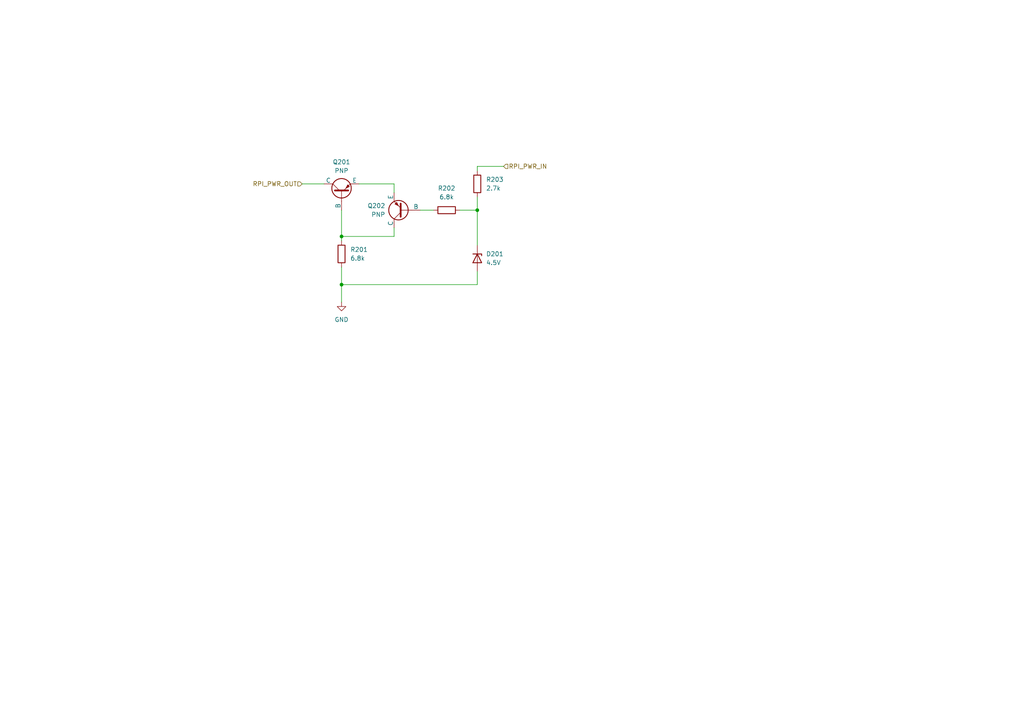
<source format=kicad_sch>
(kicad_sch (version 20230121) (generator eeschema)

  (uuid 1ddbf896-fecf-443c-a77a-75d60b2eceea)

  (paper "A4")

  (lib_symbols
    (symbol "Device:D_Zener" (pin_numbers hide) (pin_names (offset 1.016) hide) (in_bom yes) (on_board yes)
      (property "Reference" "D" (at 0 2.54 0)
        (effects (font (size 1.27 1.27)))
      )
      (property "Value" "D_Zener" (at 0 -2.54 0)
        (effects (font (size 1.27 1.27)))
      )
      (property "Footprint" "" (at 0 0 0)
        (effects (font (size 1.27 1.27)) hide)
      )
      (property "Datasheet" "~" (at 0 0 0)
        (effects (font (size 1.27 1.27)) hide)
      )
      (property "ki_keywords" "diode" (at 0 0 0)
        (effects (font (size 1.27 1.27)) hide)
      )
      (property "ki_description" "Zener diode" (at 0 0 0)
        (effects (font (size 1.27 1.27)) hide)
      )
      (property "ki_fp_filters" "TO-???* *_Diode_* *SingleDiode* D_*" (at 0 0 0)
        (effects (font (size 1.27 1.27)) hide)
      )
      (symbol "D_Zener_0_1"
        (polyline
          (pts
            (xy 1.27 0)
            (xy -1.27 0)
          )
          (stroke (width 0) (type default))
          (fill (type none))
        )
        (polyline
          (pts
            (xy -1.27 -1.27)
            (xy -1.27 1.27)
            (xy -0.762 1.27)
          )
          (stroke (width 0.254) (type default))
          (fill (type none))
        )
        (polyline
          (pts
            (xy 1.27 -1.27)
            (xy 1.27 1.27)
            (xy -1.27 0)
            (xy 1.27 -1.27)
          )
          (stroke (width 0.254) (type default))
          (fill (type none))
        )
      )
      (symbol "D_Zener_1_1"
        (pin passive line (at -3.81 0 0) (length 2.54)
          (name "K" (effects (font (size 1.27 1.27))))
          (number "1" (effects (font (size 1.27 1.27))))
        )
        (pin passive line (at 3.81 0 180) (length 2.54)
          (name "A" (effects (font (size 1.27 1.27))))
          (number "2" (effects (font (size 1.27 1.27))))
        )
      )
    )
    (symbol "Device:R" (pin_numbers hide) (pin_names (offset 0)) (in_bom yes) (on_board yes)
      (property "Reference" "R" (at 2.032 0 90)
        (effects (font (size 1.27 1.27)))
      )
      (property "Value" "R" (at 0 0 90)
        (effects (font (size 1.27 1.27)))
      )
      (property "Footprint" "" (at -1.778 0 90)
        (effects (font (size 1.27 1.27)) hide)
      )
      (property "Datasheet" "~" (at 0 0 0)
        (effects (font (size 1.27 1.27)) hide)
      )
      (property "ki_keywords" "R res resistor" (at 0 0 0)
        (effects (font (size 1.27 1.27)) hide)
      )
      (property "ki_description" "Resistor" (at 0 0 0)
        (effects (font (size 1.27 1.27)) hide)
      )
      (property "ki_fp_filters" "R_*" (at 0 0 0)
        (effects (font (size 1.27 1.27)) hide)
      )
      (symbol "R_0_1"
        (rectangle (start -1.016 -2.54) (end 1.016 2.54)
          (stroke (width 0.254) (type default))
          (fill (type none))
        )
      )
      (symbol "R_1_1"
        (pin passive line (at 0 3.81 270) (length 1.27)
          (name "~" (effects (font (size 1.27 1.27))))
          (number "1" (effects (font (size 1.27 1.27))))
        )
        (pin passive line (at 0 -3.81 90) (length 1.27)
          (name "~" (effects (font (size 1.27 1.27))))
          (number "2" (effects (font (size 1.27 1.27))))
        )
      )
    )
    (symbol "Simulation_SPICE:PNP" (pin_numbers hide) (pin_names (offset 0)) (in_bom yes) (on_board yes)
      (property "Reference" "Q" (at -2.54 7.62 0)
        (effects (font (size 1.27 1.27)))
      )
      (property "Value" "PNP" (at -2.54 5.08 0)
        (effects (font (size 1.27 1.27)))
      )
      (property "Footprint" "" (at 35.56 0 0)
        (effects (font (size 1.27 1.27)) hide)
      )
      (property "Datasheet" "~" (at 35.56 0 0)
        (effects (font (size 1.27 1.27)) hide)
      )
      (property "Sim.Device" "PNP" (at 0 0 0)
        (effects (font (size 1.27 1.27)) hide)
      )
      (property "Sim.Type" "GUMMELPOON" (at 0 0 0)
        (effects (font (size 1.27 1.27)) hide)
      )
      (property "Sim.Pins" "1=C 2=B 3=E" (at 0 0 0)
        (effects (font (size 1.27 1.27)) hide)
      )
      (property "ki_keywords" "simulation" (at 0 0 0)
        (effects (font (size 1.27 1.27)) hide)
      )
      (property "ki_description" "Bipolar transistor symbol for simulation only, substrate tied to the emitter" (at 0 0 0)
        (effects (font (size 1.27 1.27)) hide)
      )
      (symbol "PNP_0_1"
        (polyline
          (pts
            (xy -2.54 0)
            (xy 0.635 0)
          )
          (stroke (width 0.1524) (type default))
          (fill (type none))
        )
        (polyline
          (pts
            (xy 0.635 0.635)
            (xy 2.54 2.54)
          )
          (stroke (width 0) (type default))
          (fill (type none))
        )
        (polyline
          (pts
            (xy 0.635 -0.635)
            (xy 2.54 -2.54)
            (xy 2.54 -2.54)
          )
          (stroke (width 0) (type default))
          (fill (type none))
        )
        (polyline
          (pts
            (xy 0.635 1.905)
            (xy 0.635 -1.905)
            (xy 0.635 -1.905)
          )
          (stroke (width 0.508) (type default))
          (fill (type none))
        )
        (polyline
          (pts
            (xy 2.286 -1.778)
            (xy 1.778 -2.286)
            (xy 1.27 -1.27)
            (xy 2.286 -1.778)
            (xy 2.286 -1.778)
          )
          (stroke (width 0) (type default))
          (fill (type outline))
        )
        (circle (center 1.27 0) (radius 2.8194)
          (stroke (width 0.254) (type default))
          (fill (type none))
        )
      )
      (symbol "PNP_1_1"
        (pin open_collector line (at 2.54 5.08 270) (length 2.54)
          (name "C" (effects (font (size 1.27 1.27))))
          (number "1" (effects (font (size 1.27 1.27))))
        )
        (pin input line (at -5.08 0 0) (length 2.54)
          (name "B" (effects (font (size 1.27 1.27))))
          (number "2" (effects (font (size 1.27 1.27))))
        )
        (pin open_emitter line (at 2.54 -5.08 90) (length 2.54)
          (name "E" (effects (font (size 1.27 1.27))))
          (number "3" (effects (font (size 1.27 1.27))))
        )
      )
    )
    (symbol "power:GND" (power) (pin_names (offset 0)) (in_bom yes) (on_board yes)
      (property "Reference" "#PWR" (at 0 -6.35 0)
        (effects (font (size 1.27 1.27)) hide)
      )
      (property "Value" "GND" (at 0 -3.81 0)
        (effects (font (size 1.27 1.27)))
      )
      (property "Footprint" "" (at 0 0 0)
        (effects (font (size 1.27 1.27)) hide)
      )
      (property "Datasheet" "" (at 0 0 0)
        (effects (font (size 1.27 1.27)) hide)
      )
      (property "ki_keywords" "global power" (at 0 0 0)
        (effects (font (size 1.27 1.27)) hide)
      )
      (property "ki_description" "Power symbol creates a global label with name \"GND\" , ground" (at 0 0 0)
        (effects (font (size 1.27 1.27)) hide)
      )
      (symbol "GND_0_1"
        (polyline
          (pts
            (xy 0 0)
            (xy 0 -1.27)
            (xy 1.27 -1.27)
            (xy 0 -2.54)
            (xy -1.27 -1.27)
            (xy 0 -1.27)
          )
          (stroke (width 0) (type default))
          (fill (type none))
        )
      )
      (symbol "GND_1_1"
        (pin power_in line (at 0 0 270) (length 0) hide
          (name "GND" (effects (font (size 1.27 1.27))))
          (number "1" (effects (font (size 1.27 1.27))))
        )
      )
    )
  )

  (junction (at 138.43 60.96) (diameter 0) (color 0 0 0 0)
    (uuid 026bf481-ef76-44c7-8ce1-0295fcf87bac)
  )
  (junction (at 99.06 68.58) (diameter 0) (color 0 0 0 0)
    (uuid 20d67f78-6287-45d9-b8a2-43869415f523)
  )
  (junction (at 99.06 82.55) (diameter 0) (color 0 0 0 0)
    (uuid bb71369d-15f5-4cbf-80dc-2e74804efe28)
  )

  (wire (pts (xy 99.06 82.55) (xy 138.43 82.55))
    (stroke (width 0) (type default))
    (uuid 018bae0c-fc2e-4bb6-8378-47fede4476c4)
  )
  (wire (pts (xy 104.14 53.34) (xy 114.3 53.34))
    (stroke (width 0) (type default))
    (uuid 11f4accd-4b1b-45a7-9873-f5eb99b5afce)
  )
  (wire (pts (xy 99.06 77.47) (xy 99.06 82.55))
    (stroke (width 0) (type default))
    (uuid 23fdd67a-9028-42a0-a302-32430eff6cde)
  )
  (wire (pts (xy 114.3 68.58) (xy 114.3 66.04))
    (stroke (width 0) (type default))
    (uuid 24d801ff-e16a-45ad-9e25-23c980954197)
  )
  (wire (pts (xy 138.43 57.15) (xy 138.43 60.96))
    (stroke (width 0) (type default))
    (uuid 31841ed0-862d-4f19-ae07-6543c78dcbee)
  )
  (wire (pts (xy 99.06 68.58) (xy 114.3 68.58))
    (stroke (width 0) (type default))
    (uuid 3293065a-5c88-4ea4-93e4-186b1e06d44f)
  )
  (wire (pts (xy 99.06 68.58) (xy 99.06 69.85))
    (stroke (width 0) (type default))
    (uuid 5519f224-41d4-4fa0-b09c-fd5fdcdaf8ef)
  )
  (wire (pts (xy 138.43 60.96) (xy 138.43 71.12))
    (stroke (width 0) (type default))
    (uuid 58560dd5-2e02-490b-8fda-c2ecb0c3ca6e)
  )
  (wire (pts (xy 133.35 60.96) (xy 138.43 60.96))
    (stroke (width 0) (type default))
    (uuid 5db86757-2b8d-4cbf-921d-745209b80cc7)
  )
  (wire (pts (xy 138.43 49.53) (xy 138.43 48.26))
    (stroke (width 0) (type default))
    (uuid 62ac6fa9-cecc-448b-872d-1fb16296cefc)
  )
  (wire (pts (xy 138.43 82.55) (xy 138.43 78.74))
    (stroke (width 0) (type default))
    (uuid a60b525a-5dfb-4a5e-bcce-fb6ca4165ba5)
  )
  (wire (pts (xy 99.06 60.96) (xy 99.06 68.58))
    (stroke (width 0) (type default))
    (uuid cf468ef7-5977-44a5-af18-724480d17f03)
  )
  (wire (pts (xy 114.3 53.34) (xy 114.3 55.88))
    (stroke (width 0) (type default))
    (uuid d24e8cdd-4df5-4062-984f-35f6cd3bf06e)
  )
  (wire (pts (xy 138.43 48.26) (xy 146.05 48.26))
    (stroke (width 0) (type default))
    (uuid d25abf4e-8100-4a02-bfc4-f59618d5a48f)
  )
  (wire (pts (xy 87.63 53.34) (xy 93.98 53.34))
    (stroke (width 0) (type default))
    (uuid f3e5aa61-c4b7-4682-b2ec-94784a2a8ecb)
  )
  (wire (pts (xy 125.73 60.96) (xy 121.92 60.96))
    (stroke (width 0) (type default))
    (uuid f69da64f-a1fa-42ed-b713-c3f19bde80fb)
  )
  (wire (pts (xy 99.06 82.55) (xy 99.06 87.63))
    (stroke (width 0) (type default))
    (uuid f8a5a2c4-9771-4d17-9bc8-ed61e63b0c96)
  )

  (hierarchical_label "RPI_PWR_IN" (shape input) (at 146.05 48.26 0) (fields_autoplaced)
    (effects (font (size 1.27 1.27)) (justify left))
    (uuid 430c89c8-139f-4d1f-87ae-45fe680cec69)
  )
  (hierarchical_label "RPI_PWR_OUT" (shape input) (at 87.63 53.34 180) (fields_autoplaced)
    (effects (font (size 1.27 1.27)) (justify right))
    (uuid 43163481-b8fd-448b-a739-a1ad5d4324d0)
  )

  (symbol (lib_id "Simulation_SPICE:PNP") (at 116.84 60.96 180) (unit 1)
    (in_bom yes) (on_board yes) (dnp no) (fields_autoplaced)
    (uuid 1f447457-922c-41e2-b9b1-9b31f89fd8a9)
    (property "Reference" "Q202" (at 111.76 59.69 0)
      (effects (font (size 1.27 1.27)) (justify left))
    )
    (property "Value" "PNP" (at 111.76 62.23 0)
      (effects (font (size 1.27 1.27)) (justify left))
    )
    (property "Footprint" "Aero_PDB:SOT-23-3_1P4X3P040_ONS" (at 81.28 60.96 0)
      (effects (font (size 1.27 1.27)) hide)
    )
    (property "Datasheet" "~" (at 81.28 60.96 0)
      (effects (font (size 1.27 1.27)) hide)
    )
    (property "Sim.Device" "PNP" (at 116.84 60.96 0)
      (effects (font (size 1.27 1.27)) hide)
    )
    (property "Sim.Type" "GUMMELPOON" (at 116.84 60.96 0)
      (effects (font (size 1.27 1.27)) hide)
    )
    (property "Sim.Pins" "1=C 2=B 3=E" (at 116.84 60.96 0)
      (effects (font (size 1.27 1.27)) hide)
    )
    (pin "3" (uuid 1fc1ef1f-2ca9-4941-9d5b-5fad8ca55f86))
    (pin "2" (uuid 7ae61d8e-608e-45a7-af36-335aab46758c))
    (pin "1" (uuid 7f51ba5b-7f56-451a-88a9-d9c5a06e98d7))
    (instances
      (project "Aero_PDB"
        (path "/ec3864f8-beea-4bd9-8117-4ec49632e630/924de76e-1f75-46a4-a5b8-caddcc783c64"
          (reference "Q202") (unit 1)
        )
      )
    )
  )

  (symbol (lib_id "Device:R") (at 138.43 53.34 0) (unit 1)
    (in_bom yes) (on_board yes) (dnp no) (fields_autoplaced)
    (uuid 23e32784-00d2-45f6-abf2-681464fb0190)
    (property "Reference" "R203" (at 140.97 52.07 0)
      (effects (font (size 1.27 1.27)) (justify left))
    )
    (property "Value" "2.7k" (at 140.97 54.61 0)
      (effects (font (size 1.27 1.27)) (justify left))
    )
    (property "Footprint" "Resistor_SMD:R_0603_1608Metric" (at 136.652 53.34 90)
      (effects (font (size 1.27 1.27)) hide)
    )
    (property "Datasheet" "~" (at 138.43 53.34 0)
      (effects (font (size 1.27 1.27)) hide)
    )
    (pin "2" (uuid 40121ee3-4234-4cd2-aee3-e7b3915ad12f))
    (pin "1" (uuid 67c5890f-8f29-4b50-8bc7-de47d4063810))
    (instances
      (project "Aero_PDB"
        (path "/ec3864f8-beea-4bd9-8117-4ec49632e630/924de76e-1f75-46a4-a5b8-caddcc783c64"
          (reference "R203") (unit 1)
        )
      )
    )
  )

  (symbol (lib_id "Simulation_SPICE:PNP") (at 99.06 55.88 90) (unit 1)
    (in_bom yes) (on_board yes) (dnp no) (fields_autoplaced)
    (uuid 2c6f90a0-6cee-4bce-85b7-2080d634ecc7)
    (property "Reference" "Q201" (at 99.06 46.99 90)
      (effects (font (size 1.27 1.27)))
    )
    (property "Value" "PNP" (at 99.06 49.53 90)
      (effects (font (size 1.27 1.27)))
    )
    (property "Footprint" "Aero_PDB:SOT-23-3_1P4X3P040_ONS" (at 99.06 20.32 0)
      (effects (font (size 1.27 1.27)) hide)
    )
    (property "Datasheet" "~" (at 99.06 20.32 0)
      (effects (font (size 1.27 1.27)) hide)
    )
    (property "Sim.Device" "PNP" (at 99.06 55.88 0)
      (effects (font (size 1.27 1.27)) hide)
    )
    (property "Sim.Type" "GUMMELPOON" (at 99.06 55.88 0)
      (effects (font (size 1.27 1.27)) hide)
    )
    (property "Sim.Pins" "1=C 2=B 3=E" (at 99.06 55.88 0)
      (effects (font (size 1.27 1.27)) hide)
    )
    (pin "3" (uuid 5ead1c8f-f917-484e-a696-99ce04f25a78))
    (pin "2" (uuid 208821ee-469f-44f3-91a3-1edb5d7a1eed))
    (pin "1" (uuid 2d42478e-fbad-4bbd-8de5-b418b4c7b374))
    (instances
      (project "Aero_PDB"
        (path "/ec3864f8-beea-4bd9-8117-4ec49632e630/924de76e-1f75-46a4-a5b8-caddcc783c64"
          (reference "Q201") (unit 1)
        )
      )
    )
  )

  (symbol (lib_id "Device:R") (at 99.06 73.66 0) (unit 1)
    (in_bom yes) (on_board yes) (dnp no) (fields_autoplaced)
    (uuid 60df81d3-8f0b-4b2f-b09b-7b6726aa383b)
    (property "Reference" "R201" (at 101.6 72.39 0)
      (effects (font (size 1.27 1.27)) (justify left))
    )
    (property "Value" "6.8k" (at 101.6 74.93 0)
      (effects (font (size 1.27 1.27)) (justify left))
    )
    (property "Footprint" "Resistor_SMD:R_0603_1608Metric" (at 97.282 73.66 90)
      (effects (font (size 1.27 1.27)) hide)
    )
    (property "Datasheet" "~" (at 99.06 73.66 0)
      (effects (font (size 1.27 1.27)) hide)
    )
    (pin "2" (uuid 8e1a707d-bcb5-4d09-ab13-f469b6f1f8fe))
    (pin "1" (uuid e6b95dc5-6313-4c0d-a13b-11a6bfe5207f))
    (instances
      (project "Aero_PDB"
        (path "/ec3864f8-beea-4bd9-8117-4ec49632e630/924de76e-1f75-46a4-a5b8-caddcc783c64"
          (reference "R201") (unit 1)
        )
      )
    )
  )

  (symbol (lib_id "Device:R") (at 129.54 60.96 90) (unit 1)
    (in_bom yes) (on_board yes) (dnp no) (fields_autoplaced)
    (uuid 7eb8fde8-9d4a-4176-94bf-5fccba1582e3)
    (property "Reference" "R202" (at 129.54 54.61 90)
      (effects (font (size 1.27 1.27)))
    )
    (property "Value" "6.8k" (at 129.54 57.15 90)
      (effects (font (size 1.27 1.27)))
    )
    (property "Footprint" "Resistor_SMD:R_0603_1608Metric" (at 129.54 62.738 90)
      (effects (font (size 1.27 1.27)) hide)
    )
    (property "Datasheet" "~" (at 129.54 60.96 0)
      (effects (font (size 1.27 1.27)) hide)
    )
    (pin "2" (uuid 80fe8826-055e-4ac8-bb65-35602a07ea36))
    (pin "1" (uuid a30503a2-a18e-40e3-8622-d42686df937d))
    (instances
      (project "Aero_PDB"
        (path "/ec3864f8-beea-4bd9-8117-4ec49632e630/924de76e-1f75-46a4-a5b8-caddcc783c64"
          (reference "R202") (unit 1)
        )
      )
    )
  )

  (symbol (lib_id "Device:D_Zener") (at 138.43 74.93 270) (unit 1)
    (in_bom yes) (on_board yes) (dnp no) (fields_autoplaced)
    (uuid 8f4bc7b3-b7bf-415b-93f0-31cb294ec8bd)
    (property "Reference" "D201" (at 140.97 73.66 90)
      (effects (font (size 1.27 1.27)) (justify left))
    )
    (property "Value" "4.5V " (at 140.97 76.2 90)
      (effects (font (size 1.27 1.27)) (justify left))
    )
    (property "Footprint" "Aero_PDB:SODFL1608X70N" (at 138.43 74.93 0)
      (effects (font (size 1.27 1.27)) hide)
    )
    (property "Datasheet" "~" (at 138.43 74.93 0)
      (effects (font (size 1.27 1.27)) hide)
    )
    (pin "1" (uuid 82eb30d2-2d87-4759-8390-d52af131ef44))
    (pin "2" (uuid 2abc2406-c8c7-4c60-b3d0-bffe80ed5f82))
    (instances
      (project "Aero_PDB"
        (path "/ec3864f8-beea-4bd9-8117-4ec49632e630/924de76e-1f75-46a4-a5b8-caddcc783c64"
          (reference "D201") (unit 1)
        )
      )
    )
  )

  (symbol (lib_id "power:GND") (at 99.06 87.63 0) (unit 1)
    (in_bom yes) (on_board yes) (dnp no) (fields_autoplaced)
    (uuid a61bfac6-2bb2-4075-90bf-ba68c581bc6b)
    (property "Reference" "#PWR0201" (at 99.06 93.98 0)
      (effects (font (size 1.27 1.27)) hide)
    )
    (property "Value" "GND" (at 99.06 92.71 0)
      (effects (font (size 1.27 1.27)))
    )
    (property "Footprint" "" (at 99.06 87.63 0)
      (effects (font (size 1.27 1.27)) hide)
    )
    (property "Datasheet" "" (at 99.06 87.63 0)
      (effects (font (size 1.27 1.27)) hide)
    )
    (pin "1" (uuid 1ca11ac8-f64b-40b9-8985-f8e8017d7a83))
    (instances
      (project "Aero_PDB"
        (path "/ec3864f8-beea-4bd9-8117-4ec49632e630/924de76e-1f75-46a4-a5b8-caddcc783c64"
          (reference "#PWR0201") (unit 1)
        )
      )
    )
  )
)

</source>
